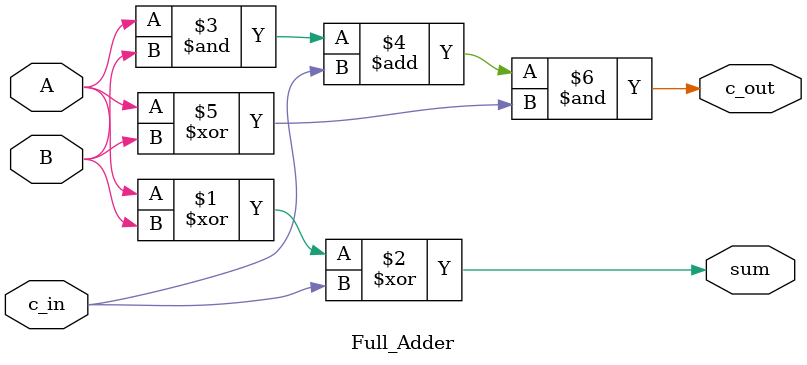
<source format=v>
module Full_Adder(sum,c_out,A,B,c_in);
input A,B,c_in;
output sum,c_out;
assign sum=(A^B)^c_in;
/*Sum = (A XOR B) XOR Carry In*/
assign c_out=(A & B) + c_in & (A ^ B);
/*Carry out  = (A AND B) OR Carry In AND ( A XOR B)*/
endmodule

</source>
